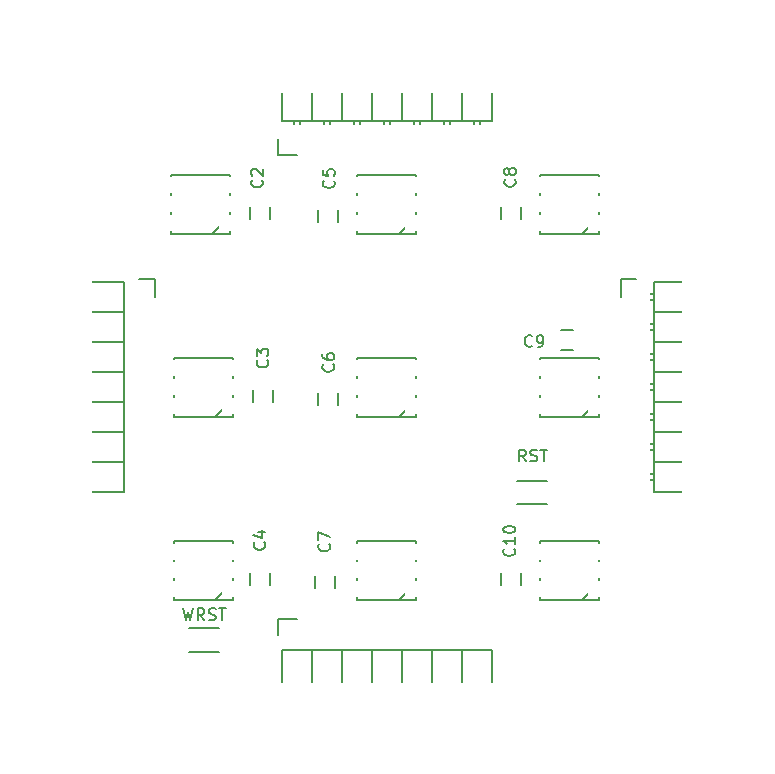
<source format=gto>
G04 #@! TF.FileFunction,Legend,Top*
%FSLAX46Y46*%
G04 Gerber Fmt 4.6, Leading zero omitted, Abs format (unit mm)*
G04 Created by KiCad (PCBNEW (2016-01-16 BZR 6488, Git a9216b9)-product) date 1/31/2016 10:09:25 PM*
%MOMM*%
G01*
G04 APERTURE LIST*
%ADD10C,0.100000*%
%ADD11C,0.150000*%
%ADD12C,0.200660*%
%ADD13C,0.152400*%
%ADD14R,2.127200X2.127200*%
%ADD15O,2.127200X2.127200*%
%ADD16R,1.700000X1.700000*%
%ADD17C,1.700000*%
%ADD18R,1.650000X1.400000*%
%ADD19R,1.400000X1.650000*%
%ADD20O,3.414980X1.906220*%
%ADD21R,1.900000X1.400000*%
%ADD22R,2.432000X2.127200*%
%ADD23O,2.432000X2.127200*%
%ADD24R,2.127200X2.432000*%
%ADD25O,2.127200X2.432000*%
%ADD26R,1.400000X1.800000*%
%ADD27C,0.254000*%
G04 APERTURE END LIST*
D10*
D11*
X128400000Y-84750000D02*
X128400000Y-85750000D01*
X130100000Y-85750000D02*
X130100000Y-84750000D01*
X128650000Y-100250000D02*
X128650000Y-101250000D01*
X130350000Y-101250000D02*
X130350000Y-100250000D01*
X128400000Y-115750000D02*
X128400000Y-116750000D01*
X130100000Y-116750000D02*
X130100000Y-115750000D01*
X134150000Y-85000000D02*
X134150000Y-86000000D01*
X135850000Y-86000000D02*
X135850000Y-85000000D01*
X134150000Y-100500000D02*
X134150000Y-101500000D01*
X135850000Y-101500000D02*
X135850000Y-100500000D01*
X133900000Y-116000000D02*
X133900000Y-117000000D01*
X135600000Y-117000000D02*
X135600000Y-116000000D01*
X149650000Y-84750000D02*
X149650000Y-85750000D01*
X151350000Y-85750000D02*
X151350000Y-84750000D01*
X154796000Y-96818800D02*
X155796000Y-96818800D01*
X155796000Y-95118800D02*
X154796000Y-95118800D01*
X149650000Y-115750000D02*
X149650000Y-116750000D01*
X151350000Y-116750000D02*
X151350000Y-115750000D01*
D12*
X125250760Y-86999360D02*
X126749360Y-85500760D01*
X121750640Y-82000640D02*
X126749360Y-82000640D01*
X126749360Y-82000640D02*
X126749360Y-86999360D01*
X126749360Y-86999360D02*
X121750640Y-86999360D01*
X121750640Y-86999360D02*
X121750640Y-82000640D01*
X125500760Y-102499360D02*
X126999360Y-101000760D01*
X122000640Y-97500640D02*
X126999360Y-97500640D01*
X126999360Y-97500640D02*
X126999360Y-102499360D01*
X126999360Y-102499360D02*
X122000640Y-102499360D01*
X122000640Y-102499360D02*
X122000640Y-97500640D01*
X125500760Y-117999360D02*
X126999360Y-116500760D01*
X122000640Y-113000640D02*
X126999360Y-113000640D01*
X126999360Y-113000640D02*
X126999360Y-117999360D01*
X126999360Y-117999360D02*
X122000640Y-117999360D01*
X122000640Y-117999360D02*
X122000640Y-113000640D01*
X141000760Y-86999360D02*
X142499360Y-85500760D01*
X137500640Y-82000640D02*
X142499360Y-82000640D01*
X142499360Y-82000640D02*
X142499360Y-86999360D01*
X142499360Y-86999360D02*
X137500640Y-86999360D01*
X137500640Y-86999360D02*
X137500640Y-82000640D01*
X141000760Y-102499360D02*
X142499360Y-101000760D01*
X137500640Y-97500640D02*
X142499360Y-97500640D01*
X142499360Y-97500640D02*
X142499360Y-102499360D01*
X142499360Y-102499360D02*
X137500640Y-102499360D01*
X137500640Y-102499360D02*
X137500640Y-97500640D01*
X141000760Y-117999360D02*
X142499360Y-116500760D01*
X137500640Y-113000640D02*
X142499360Y-113000640D01*
X142499360Y-113000640D02*
X142499360Y-117999360D01*
X142499360Y-117999360D02*
X137500640Y-117999360D01*
X137500640Y-117999360D02*
X137500640Y-113000640D01*
X156500760Y-86999360D02*
X157999360Y-85500760D01*
X153000640Y-82000640D02*
X157999360Y-82000640D01*
X157999360Y-82000640D02*
X157999360Y-86999360D01*
X157999360Y-86999360D02*
X153000640Y-86999360D01*
X153000640Y-86999360D02*
X153000640Y-82000640D01*
X156500760Y-102499360D02*
X157999360Y-101000760D01*
X153000640Y-97500640D02*
X157999360Y-97500640D01*
X157999360Y-97500640D02*
X157999360Y-102499360D01*
X157999360Y-102499360D02*
X153000640Y-102499360D01*
X153000640Y-102499360D02*
X153000640Y-97500640D01*
X156500760Y-117999360D02*
X157999360Y-116500760D01*
X153000640Y-113000640D02*
X157999360Y-113000640D01*
X157999360Y-113000640D02*
X157999360Y-117999360D01*
X157999360Y-117999360D02*
X153000640Y-117999360D01*
X153000640Y-117999360D02*
X153000640Y-113000640D01*
D11*
X159825000Y-90825000D02*
X159825000Y-92375000D01*
X161125000Y-90825000D02*
X159825000Y-90825000D01*
X165316000Y-92248000D02*
X171158000Y-92248000D01*
X171158000Y-92248000D02*
X171158000Y-92502000D01*
X171158000Y-92502000D02*
X165316000Y-92502000D01*
X165316000Y-92502000D02*
X165316000Y-92375000D01*
X165316000Y-92375000D02*
X171158000Y-92375000D01*
X162649000Y-92121000D02*
X162268000Y-92121000D01*
X162649000Y-92629000D02*
X162268000Y-92629000D01*
X162649000Y-94661000D02*
X162268000Y-94661000D01*
X162649000Y-95169000D02*
X162268000Y-95169000D01*
X162649000Y-97201000D02*
X162268000Y-97201000D01*
X162649000Y-97709000D02*
X162268000Y-97709000D01*
X162649000Y-99741000D02*
X162268000Y-99741000D01*
X162649000Y-100249000D02*
X162268000Y-100249000D01*
X162649000Y-107869000D02*
X162268000Y-107869000D01*
X162649000Y-107361000D02*
X162268000Y-107361000D01*
X162649000Y-105329000D02*
X162268000Y-105329000D01*
X162649000Y-104821000D02*
X162268000Y-104821000D01*
X162649000Y-102789000D02*
X162268000Y-102789000D01*
X162649000Y-102281000D02*
X162268000Y-102281000D01*
X165189000Y-93645000D02*
X165189000Y-91105000D01*
X171285000Y-92629000D02*
X165189000Y-92629000D01*
X171285000Y-92121000D02*
X171285000Y-92629000D01*
X165189000Y-92121000D02*
X171285000Y-92121000D01*
X162649000Y-93645000D02*
X165189000Y-93645000D01*
X162649000Y-91105000D02*
X162649000Y-93645000D01*
X162649000Y-91105000D02*
X165189000Y-91105000D01*
X162649000Y-96185000D02*
X165189000Y-96185000D01*
X162649000Y-96185000D02*
X162649000Y-98725000D01*
X162649000Y-98725000D02*
X165189000Y-98725000D01*
X165189000Y-97201000D02*
X171285000Y-97201000D01*
X171285000Y-97201000D02*
X171285000Y-97709000D01*
X171285000Y-97709000D02*
X165189000Y-97709000D01*
X165189000Y-98725000D02*
X165189000Y-96185000D01*
X165189000Y-96185000D02*
X165189000Y-93645000D01*
X171285000Y-95169000D02*
X165189000Y-95169000D01*
X171285000Y-94661000D02*
X171285000Y-95169000D01*
X165189000Y-94661000D02*
X171285000Y-94661000D01*
X162649000Y-96185000D02*
X165189000Y-96185000D01*
X162649000Y-93645000D02*
X162649000Y-96185000D01*
X162649000Y-93645000D02*
X165189000Y-93645000D01*
X162649000Y-103805000D02*
X165189000Y-103805000D01*
X162649000Y-103805000D02*
X162649000Y-106345000D01*
X162649000Y-106345000D02*
X165189000Y-106345000D01*
X165189000Y-104821000D02*
X171285000Y-104821000D01*
X171285000Y-104821000D02*
X171285000Y-105329000D01*
X171285000Y-105329000D02*
X165189000Y-105329000D01*
X165189000Y-106345000D02*
X165189000Y-103805000D01*
X165189000Y-108885000D02*
X165189000Y-106345000D01*
X171285000Y-107869000D02*
X165189000Y-107869000D01*
X171285000Y-107361000D02*
X171285000Y-107869000D01*
X165189000Y-107361000D02*
X171285000Y-107361000D01*
X162649000Y-108885000D02*
X165189000Y-108885000D01*
X162649000Y-106345000D02*
X162649000Y-108885000D01*
X162649000Y-106345000D02*
X165189000Y-106345000D01*
X162649000Y-101265000D02*
X165189000Y-101265000D01*
X162649000Y-101265000D02*
X162649000Y-103805000D01*
X162649000Y-103805000D02*
X165189000Y-103805000D01*
X165189000Y-102281000D02*
X171285000Y-102281000D01*
X171285000Y-102281000D02*
X171285000Y-102789000D01*
X171285000Y-102789000D02*
X165189000Y-102789000D01*
X165189000Y-103805000D02*
X165189000Y-101265000D01*
X165189000Y-101265000D02*
X165189000Y-98725000D01*
X171285000Y-100249000D02*
X165189000Y-100249000D01*
X171285000Y-99741000D02*
X171285000Y-100249000D01*
X165189000Y-99741000D02*
X171285000Y-99741000D01*
X162649000Y-101265000D02*
X165189000Y-101265000D01*
X162649000Y-98725000D02*
X162649000Y-101265000D01*
X162649000Y-98725000D02*
X165189000Y-98725000D01*
X130825000Y-80300000D02*
X132375000Y-80300000D01*
X130825000Y-79000000D02*
X130825000Y-80300000D01*
X132248000Y-74809000D02*
X132248000Y-68967000D01*
X132248000Y-68967000D02*
X132502000Y-68967000D01*
X132502000Y-68967000D02*
X132502000Y-74809000D01*
X132502000Y-74809000D02*
X132375000Y-74809000D01*
X132375000Y-74809000D02*
X132375000Y-68967000D01*
X132121000Y-77476000D02*
X132121000Y-77857000D01*
X132629000Y-77476000D02*
X132629000Y-77857000D01*
X134661000Y-77476000D02*
X134661000Y-77857000D01*
X135169000Y-77476000D02*
X135169000Y-77857000D01*
X137201000Y-77476000D02*
X137201000Y-77857000D01*
X137709000Y-77476000D02*
X137709000Y-77857000D01*
X139741000Y-77476000D02*
X139741000Y-77857000D01*
X140249000Y-77476000D02*
X140249000Y-77857000D01*
X147869000Y-77476000D02*
X147869000Y-77857000D01*
X147361000Y-77476000D02*
X147361000Y-77857000D01*
X145329000Y-77476000D02*
X145329000Y-77857000D01*
X144821000Y-77476000D02*
X144821000Y-77857000D01*
X142789000Y-77476000D02*
X142789000Y-77857000D01*
X142281000Y-77476000D02*
X142281000Y-77857000D01*
X133645000Y-74936000D02*
X131105000Y-74936000D01*
X132629000Y-68840000D02*
X132629000Y-74936000D01*
X132121000Y-68840000D02*
X132629000Y-68840000D01*
X132121000Y-74936000D02*
X132121000Y-68840000D01*
X133645000Y-77476000D02*
X133645000Y-74936000D01*
X131105000Y-77476000D02*
X133645000Y-77476000D01*
X131105000Y-77476000D02*
X131105000Y-74936000D01*
X136185000Y-77476000D02*
X136185000Y-74936000D01*
X136185000Y-77476000D02*
X138725000Y-77476000D01*
X138725000Y-77476000D02*
X138725000Y-74936000D01*
X137201000Y-74936000D02*
X137201000Y-68840000D01*
X137201000Y-68840000D02*
X137709000Y-68840000D01*
X137709000Y-68840000D02*
X137709000Y-74936000D01*
X138725000Y-74936000D02*
X136185000Y-74936000D01*
X136185000Y-74936000D02*
X133645000Y-74936000D01*
X135169000Y-68840000D02*
X135169000Y-74936000D01*
X134661000Y-68840000D02*
X135169000Y-68840000D01*
X134661000Y-74936000D02*
X134661000Y-68840000D01*
X136185000Y-77476000D02*
X136185000Y-74936000D01*
X133645000Y-77476000D02*
X136185000Y-77476000D01*
X133645000Y-77476000D02*
X133645000Y-74936000D01*
X143805000Y-77476000D02*
X143805000Y-74936000D01*
X143805000Y-77476000D02*
X146345000Y-77476000D01*
X146345000Y-77476000D02*
X146345000Y-74936000D01*
X144821000Y-74936000D02*
X144821000Y-68840000D01*
X144821000Y-68840000D02*
X145329000Y-68840000D01*
X145329000Y-68840000D02*
X145329000Y-74936000D01*
X146345000Y-74936000D02*
X143805000Y-74936000D01*
X148885000Y-74936000D02*
X146345000Y-74936000D01*
X147869000Y-68840000D02*
X147869000Y-74936000D01*
X147361000Y-68840000D02*
X147869000Y-68840000D01*
X147361000Y-74936000D02*
X147361000Y-68840000D01*
X148885000Y-77476000D02*
X148885000Y-74936000D01*
X146345000Y-77476000D02*
X148885000Y-77476000D01*
X146345000Y-77476000D02*
X146345000Y-74936000D01*
X141265000Y-77476000D02*
X141265000Y-74936000D01*
X141265000Y-77476000D02*
X143805000Y-77476000D01*
X143805000Y-77476000D02*
X143805000Y-74936000D01*
X142281000Y-74936000D02*
X142281000Y-68840000D01*
X142281000Y-68840000D02*
X142789000Y-68840000D01*
X142789000Y-68840000D02*
X142789000Y-74936000D01*
X143805000Y-74936000D02*
X141265000Y-74936000D01*
X141265000Y-74936000D02*
X138725000Y-74936000D01*
X140249000Y-68840000D02*
X140249000Y-74936000D01*
X139741000Y-68840000D02*
X140249000Y-68840000D01*
X139741000Y-74936000D02*
X139741000Y-68840000D01*
X141265000Y-77476000D02*
X141265000Y-74936000D01*
X138725000Y-77476000D02*
X141265000Y-77476000D01*
X138725000Y-77476000D02*
X138725000Y-74936000D01*
X146345000Y-122270000D02*
X148885000Y-122270000D01*
X146345000Y-131100000D02*
X148885000Y-131100000D01*
X148885000Y-131100000D02*
X148885000Y-122270000D01*
X146345000Y-131100000D02*
X146345000Y-122270000D01*
X143805000Y-131100000D02*
X146345000Y-131100000D01*
X143805000Y-122270000D02*
X146345000Y-122270000D01*
X141265000Y-122270000D02*
X143805000Y-122270000D01*
X141265000Y-131100000D02*
X143805000Y-131100000D01*
X143805000Y-131100000D02*
X143805000Y-122270000D01*
X141265000Y-131100000D02*
X141265000Y-122270000D01*
X138725000Y-131100000D02*
X141265000Y-131100000D01*
X138725000Y-122270000D02*
X141265000Y-122270000D01*
X136185000Y-122270000D02*
X138725000Y-122270000D01*
X136185000Y-131100000D02*
X138725000Y-131100000D01*
X138725000Y-131100000D02*
X138725000Y-122270000D01*
X136185000Y-131100000D02*
X136185000Y-122270000D01*
X133645000Y-131100000D02*
X136185000Y-131100000D01*
X133645000Y-122270000D02*
X133645000Y-131100000D01*
X133645000Y-122270000D02*
X136185000Y-122270000D01*
X131105000Y-122270000D02*
X133645000Y-122270000D01*
X132375000Y-119600000D02*
X130825000Y-119600000D01*
X130825000Y-119600000D02*
X130825000Y-121000000D01*
X131105000Y-122270000D02*
X131105000Y-131100000D01*
X131105000Y-131100000D02*
X133645000Y-131100000D01*
X133645000Y-131100000D02*
X133645000Y-122270000D01*
X117730000Y-106345000D02*
X117730000Y-108885000D01*
X108900000Y-106345000D02*
X108900000Y-108885000D01*
X108900000Y-108885000D02*
X117730000Y-108885000D01*
X108900000Y-106345000D02*
X117730000Y-106345000D01*
X108900000Y-103805000D02*
X108900000Y-106345000D01*
X117730000Y-103805000D02*
X117730000Y-106345000D01*
X117730000Y-101265000D02*
X117730000Y-103805000D01*
X108900000Y-101265000D02*
X108900000Y-103805000D01*
X108900000Y-103805000D02*
X117730000Y-103805000D01*
X108900000Y-101265000D02*
X117730000Y-101265000D01*
X108900000Y-98725000D02*
X108900000Y-101265000D01*
X117730000Y-98725000D02*
X117730000Y-101265000D01*
X117730000Y-96185000D02*
X117730000Y-98725000D01*
X108900000Y-96185000D02*
X108900000Y-98725000D01*
X108900000Y-98725000D02*
X117730000Y-98725000D01*
X108900000Y-96185000D02*
X117730000Y-96185000D01*
X108900000Y-93645000D02*
X108900000Y-96185000D01*
X117730000Y-93645000D02*
X108900000Y-93645000D01*
X117730000Y-93645000D02*
X117730000Y-96185000D01*
X117730000Y-91105000D02*
X117730000Y-93645000D01*
X120400000Y-92375000D02*
X120400000Y-90825000D01*
X120400000Y-90825000D02*
X119000000Y-90825000D01*
X117730000Y-91105000D02*
X108900000Y-91105000D01*
X108900000Y-91105000D02*
X108900000Y-93645000D01*
X108900000Y-93645000D02*
X117730000Y-93645000D01*
D13*
X153542600Y-109914400D02*
X151002600Y-109914400D01*
X153542600Y-107907800D02*
X151002600Y-107907800D01*
X125792600Y-122414400D02*
X123252600Y-122414400D01*
X125792600Y-120407800D02*
X123252600Y-120407800D01*
D11*
X129432323Y-82455046D02*
X129479942Y-82502665D01*
X129527561Y-82645522D01*
X129527561Y-82740760D01*
X129479942Y-82883618D01*
X129384704Y-82978856D01*
X129289466Y-83026475D01*
X129098990Y-83074094D01*
X128956132Y-83074094D01*
X128765656Y-83026475D01*
X128670418Y-82978856D01*
X128575180Y-82883618D01*
X128527561Y-82740760D01*
X128527561Y-82645522D01*
X128575180Y-82502665D01*
X128622799Y-82455046D01*
X128622799Y-82074094D02*
X128575180Y-82026475D01*
X128527561Y-81931237D01*
X128527561Y-81693141D01*
X128575180Y-81597903D01*
X128622799Y-81550284D01*
X128718037Y-81502665D01*
X128813275Y-81502665D01*
X128956132Y-81550284D01*
X129527561Y-82121713D01*
X129527561Y-81502665D01*
X129894603Y-97682346D02*
X129942222Y-97729965D01*
X129989841Y-97872822D01*
X129989841Y-97968060D01*
X129942222Y-98110918D01*
X129846984Y-98206156D01*
X129751746Y-98253775D01*
X129561270Y-98301394D01*
X129418412Y-98301394D01*
X129227936Y-98253775D01*
X129132698Y-98206156D01*
X129037460Y-98110918D01*
X128989841Y-97968060D01*
X128989841Y-97872822D01*
X129037460Y-97729965D01*
X129085079Y-97682346D01*
X128989841Y-97349013D02*
X128989841Y-96729965D01*
X129370793Y-97063299D01*
X129370793Y-96920441D01*
X129418412Y-96825203D01*
X129466031Y-96777584D01*
X129561270Y-96729965D01*
X129799365Y-96729965D01*
X129894603Y-96777584D01*
X129942222Y-96825203D01*
X129989841Y-96920441D01*
X129989841Y-97206156D01*
X129942222Y-97301394D01*
X129894603Y-97349013D01*
X129640603Y-113112846D02*
X129688222Y-113160465D01*
X129735841Y-113303322D01*
X129735841Y-113398560D01*
X129688222Y-113541418D01*
X129592984Y-113636656D01*
X129497746Y-113684275D01*
X129307270Y-113731894D01*
X129164412Y-113731894D01*
X128973936Y-113684275D01*
X128878698Y-113636656D01*
X128783460Y-113541418D01*
X128735841Y-113398560D01*
X128735841Y-113303322D01*
X128783460Y-113160465D01*
X128831079Y-113112846D01*
X129069174Y-112255703D02*
X129735841Y-112255703D01*
X128688222Y-112493799D02*
X129402508Y-112731894D01*
X129402508Y-112112846D01*
X135500383Y-82488066D02*
X135548002Y-82535685D01*
X135595621Y-82678542D01*
X135595621Y-82773780D01*
X135548002Y-82916638D01*
X135452764Y-83011876D01*
X135357526Y-83059495D01*
X135167050Y-83107114D01*
X135024192Y-83107114D01*
X134833716Y-83059495D01*
X134738478Y-83011876D01*
X134643240Y-82916638D01*
X134595621Y-82773780D01*
X134595621Y-82678542D01*
X134643240Y-82535685D01*
X134690859Y-82488066D01*
X134595621Y-81583304D02*
X134595621Y-82059495D01*
X135071811Y-82107114D01*
X135024192Y-82059495D01*
X134976573Y-81964257D01*
X134976573Y-81726161D01*
X135024192Y-81630923D01*
X135071811Y-81583304D01*
X135167050Y-81535685D01*
X135405145Y-81535685D01*
X135500383Y-81583304D01*
X135548002Y-81630923D01*
X135595621Y-81726161D01*
X135595621Y-81964257D01*
X135548002Y-82059495D01*
X135500383Y-82107114D01*
X135462283Y-98048106D02*
X135509902Y-98095725D01*
X135557521Y-98238582D01*
X135557521Y-98333820D01*
X135509902Y-98476678D01*
X135414664Y-98571916D01*
X135319426Y-98619535D01*
X135128950Y-98667154D01*
X134986092Y-98667154D01*
X134795616Y-98619535D01*
X134700378Y-98571916D01*
X134605140Y-98476678D01*
X134557521Y-98333820D01*
X134557521Y-98238582D01*
X134605140Y-98095725D01*
X134652759Y-98048106D01*
X134557521Y-97190963D02*
X134557521Y-97381440D01*
X134605140Y-97476678D01*
X134652759Y-97524297D01*
X134795616Y-97619535D01*
X134986092Y-97667154D01*
X135367045Y-97667154D01*
X135462283Y-97619535D01*
X135509902Y-97571916D01*
X135557521Y-97476678D01*
X135557521Y-97286201D01*
X135509902Y-97190963D01*
X135462283Y-97143344D01*
X135367045Y-97095725D01*
X135128950Y-97095725D01*
X135033711Y-97143344D01*
X134986092Y-97190963D01*
X134938473Y-97286201D01*
X134938473Y-97476678D01*
X134986092Y-97571916D01*
X135033711Y-97619535D01*
X135128950Y-97667154D01*
X135116843Y-113252546D02*
X135164462Y-113300165D01*
X135212081Y-113443022D01*
X135212081Y-113538260D01*
X135164462Y-113681118D01*
X135069224Y-113776356D01*
X134973986Y-113823975D01*
X134783510Y-113871594D01*
X134640652Y-113871594D01*
X134450176Y-113823975D01*
X134354938Y-113776356D01*
X134259700Y-113681118D01*
X134212081Y-113538260D01*
X134212081Y-113443022D01*
X134259700Y-113300165D01*
X134307319Y-113252546D01*
X134212081Y-112919213D02*
X134212081Y-112252546D01*
X135212081Y-112681118D01*
X150847063Y-82383926D02*
X150894682Y-82431545D01*
X150942301Y-82574402D01*
X150942301Y-82669640D01*
X150894682Y-82812498D01*
X150799444Y-82907736D01*
X150704206Y-82955355D01*
X150513730Y-83002974D01*
X150370872Y-83002974D01*
X150180396Y-82955355D01*
X150085158Y-82907736D01*
X149989920Y-82812498D01*
X149942301Y-82669640D01*
X149942301Y-82574402D01*
X149989920Y-82431545D01*
X150037539Y-82383926D01*
X150370872Y-81812498D02*
X150323253Y-81907736D01*
X150275634Y-81955355D01*
X150180396Y-82002974D01*
X150132777Y-82002974D01*
X150037539Y-81955355D01*
X149989920Y-81907736D01*
X149942301Y-81812498D01*
X149942301Y-81622021D01*
X149989920Y-81526783D01*
X150037539Y-81479164D01*
X150132777Y-81431545D01*
X150180396Y-81431545D01*
X150275634Y-81479164D01*
X150323253Y-81526783D01*
X150370872Y-81622021D01*
X150370872Y-81812498D01*
X150418491Y-81907736D01*
X150466110Y-81955355D01*
X150561349Y-82002974D01*
X150751825Y-82002974D01*
X150847063Y-81955355D01*
X150894682Y-81907736D01*
X150942301Y-81812498D01*
X150942301Y-81622021D01*
X150894682Y-81526783D01*
X150847063Y-81479164D01*
X150751825Y-81431545D01*
X150561349Y-81431545D01*
X150466110Y-81479164D01*
X150418491Y-81526783D01*
X150370872Y-81622021D01*
X152309534Y-96491063D02*
X152261915Y-96538682D01*
X152119058Y-96586301D01*
X152023820Y-96586301D01*
X151880962Y-96538682D01*
X151785724Y-96443444D01*
X151738105Y-96348206D01*
X151690486Y-96157730D01*
X151690486Y-96014872D01*
X151738105Y-95824396D01*
X151785724Y-95729158D01*
X151880962Y-95633920D01*
X152023820Y-95586301D01*
X152119058Y-95586301D01*
X152261915Y-95633920D01*
X152309534Y-95681539D01*
X152785724Y-96586301D02*
X152976200Y-96586301D01*
X153071439Y-96538682D01*
X153119058Y-96491063D01*
X153214296Y-96348206D01*
X153261915Y-96157730D01*
X153261915Y-95776777D01*
X153214296Y-95681539D01*
X153166677Y-95633920D01*
X153071439Y-95586301D01*
X152880962Y-95586301D01*
X152785724Y-95633920D01*
X152738105Y-95681539D01*
X152690486Y-95776777D01*
X152690486Y-96014872D01*
X152738105Y-96110110D01*
X152785724Y-96157730D01*
X152880962Y-96205349D01*
X153071439Y-96205349D01*
X153166677Y-96157730D01*
X153214296Y-96110110D01*
X153261915Y-96014872D01*
X150775943Y-113657617D02*
X150823562Y-113705236D01*
X150871181Y-113848093D01*
X150871181Y-113943331D01*
X150823562Y-114086189D01*
X150728324Y-114181427D01*
X150633086Y-114229046D01*
X150442610Y-114276665D01*
X150299752Y-114276665D01*
X150109276Y-114229046D01*
X150014038Y-114181427D01*
X149918800Y-114086189D01*
X149871181Y-113943331D01*
X149871181Y-113848093D01*
X149918800Y-113705236D01*
X149966419Y-113657617D01*
X150871181Y-112705236D02*
X150871181Y-113276665D01*
X150871181Y-112990951D02*
X149871181Y-112990951D01*
X150014038Y-113086189D01*
X150109276Y-113181427D01*
X150156895Y-113276665D01*
X149871181Y-112086189D02*
X149871181Y-111990950D01*
X149918800Y-111895712D01*
X149966419Y-111848093D01*
X150061657Y-111800474D01*
X150252133Y-111752855D01*
X150490229Y-111752855D01*
X150680705Y-111800474D01*
X150775943Y-111848093D01*
X150823562Y-111895712D01*
X150871181Y-111990950D01*
X150871181Y-112086189D01*
X150823562Y-112181427D01*
X150775943Y-112229046D01*
X150680705Y-112276665D01*
X150490229Y-112324284D01*
X150252133Y-112324284D01*
X150061657Y-112276665D01*
X149966419Y-112229046D01*
X149918800Y-112181427D01*
X149871181Y-112086189D01*
X151783801Y-106271321D02*
X151450467Y-105795130D01*
X151212372Y-106271321D02*
X151212372Y-105271321D01*
X151593325Y-105271321D01*
X151688563Y-105318940D01*
X151736182Y-105366559D01*
X151783801Y-105461797D01*
X151783801Y-105604654D01*
X151736182Y-105699892D01*
X151688563Y-105747511D01*
X151593325Y-105795130D01*
X151212372Y-105795130D01*
X152164753Y-106223702D02*
X152307610Y-106271321D01*
X152545706Y-106271321D01*
X152640944Y-106223702D01*
X152688563Y-106176083D01*
X152736182Y-106080845D01*
X152736182Y-105985607D01*
X152688563Y-105890369D01*
X152640944Y-105842750D01*
X152545706Y-105795130D01*
X152355229Y-105747511D01*
X152259991Y-105699892D01*
X152212372Y-105652273D01*
X152164753Y-105557035D01*
X152164753Y-105461797D01*
X152212372Y-105366559D01*
X152259991Y-105318940D01*
X152355229Y-105271321D01*
X152593325Y-105271321D01*
X152736182Y-105318940D01*
X153021896Y-105271321D02*
X153593325Y-105271321D01*
X153307610Y-106271321D02*
X153307610Y-105271321D01*
X122745406Y-118710461D02*
X122983501Y-119710461D01*
X123173978Y-118996175D01*
X123364454Y-119710461D01*
X123602549Y-118710461D01*
X124554930Y-119710461D02*
X124221596Y-119234270D01*
X123983501Y-119710461D02*
X123983501Y-118710461D01*
X124364454Y-118710461D01*
X124459692Y-118758080D01*
X124507311Y-118805699D01*
X124554930Y-118900937D01*
X124554930Y-119043794D01*
X124507311Y-119139032D01*
X124459692Y-119186651D01*
X124364454Y-119234270D01*
X123983501Y-119234270D01*
X124935882Y-119662842D02*
X125078739Y-119710461D01*
X125316835Y-119710461D01*
X125412073Y-119662842D01*
X125459692Y-119615223D01*
X125507311Y-119519985D01*
X125507311Y-119424747D01*
X125459692Y-119329509D01*
X125412073Y-119281890D01*
X125316835Y-119234270D01*
X125126358Y-119186651D01*
X125031120Y-119139032D01*
X124983501Y-119091413D01*
X124935882Y-118996175D01*
X124935882Y-118900937D01*
X124983501Y-118805699D01*
X125031120Y-118758080D01*
X125126358Y-118710461D01*
X125364454Y-118710461D01*
X125507311Y-118758080D01*
X125793025Y-118710461D02*
X126364454Y-118710461D01*
X126078739Y-119710461D02*
X126078739Y-118710461D01*
%LPC*%
D14*
X131500000Y-108750000D03*
D15*
X131500000Y-106210000D03*
X128960000Y-108750000D03*
X128960000Y-106210000D03*
X126420000Y-108750000D03*
X126420000Y-106210000D03*
X123880000Y-108750000D03*
X123880000Y-106210000D03*
D16*
X131750000Y-114000000D03*
D17*
X131750000Y-116500000D03*
D18*
X129250000Y-86250000D03*
X129250000Y-84250000D03*
X129500000Y-101750000D03*
X129500000Y-99750000D03*
X129250000Y-117250000D03*
X129250000Y-115250000D03*
X135000000Y-86500000D03*
X135000000Y-84500000D03*
X135000000Y-102000000D03*
X135000000Y-100000000D03*
X134750000Y-117500000D03*
X134750000Y-115500000D03*
X150500000Y-86250000D03*
X150500000Y-84250000D03*
D19*
X156296000Y-95968800D03*
X154296000Y-95968800D03*
D18*
X150500000Y-117250000D03*
X150500000Y-115250000D03*
D16*
X147750000Y-83500000D03*
D17*
X147750000Y-86000000D03*
D14*
X138750000Y-110250000D03*
D15*
X141290000Y-110250000D03*
X138750000Y-107710000D03*
X141290000Y-107710000D03*
X138750000Y-105170000D03*
X141290000Y-105170000D03*
D14*
X157250000Y-122750000D03*
D15*
X157250000Y-120210000D03*
X154710000Y-122750000D03*
X154710000Y-120210000D03*
X152170000Y-122750000D03*
X152170000Y-120210000D03*
D20*
X140000000Y-95040000D03*
X140000000Y-92500000D03*
X140000000Y-89960000D03*
D21*
X126700000Y-84500000D03*
X126700000Y-86100000D03*
X126700000Y-82900000D03*
X121800000Y-82900000D03*
X121800000Y-84500000D03*
X121800000Y-86100000D03*
X126950000Y-100000000D03*
X126950000Y-101600000D03*
X126950000Y-98400000D03*
X122050000Y-98400000D03*
X122050000Y-100000000D03*
X122050000Y-101600000D03*
X126950000Y-115500000D03*
X126950000Y-117100000D03*
X126950000Y-113900000D03*
X122050000Y-113900000D03*
X122050000Y-115500000D03*
X122050000Y-117100000D03*
X142450000Y-84500000D03*
X142450000Y-86100000D03*
X142450000Y-82900000D03*
X137550000Y-82900000D03*
X137550000Y-84500000D03*
X137550000Y-86100000D03*
X142450000Y-100000000D03*
X142450000Y-101600000D03*
X142450000Y-98400000D03*
X137550000Y-98400000D03*
X137550000Y-100000000D03*
X137550000Y-101600000D03*
X142450000Y-115500000D03*
X142450000Y-117100000D03*
X142450000Y-113900000D03*
X137550000Y-113900000D03*
X137550000Y-115500000D03*
X137550000Y-117100000D03*
X157950000Y-84500000D03*
X157950000Y-86100000D03*
X157950000Y-82900000D03*
X153050000Y-82900000D03*
X153050000Y-84500000D03*
X153050000Y-86100000D03*
X157950000Y-100000000D03*
X157950000Y-101600000D03*
X157950000Y-98400000D03*
X153050000Y-98400000D03*
X153050000Y-100000000D03*
X153050000Y-101600000D03*
X157950000Y-115500000D03*
X157950000Y-117100000D03*
X157950000Y-113900000D03*
X153050000Y-113900000D03*
X153050000Y-115500000D03*
X153050000Y-117100000D03*
D22*
X161125000Y-92375000D03*
D23*
X161125000Y-94915000D03*
X161125000Y-97455000D03*
X161125000Y-99995000D03*
X161125000Y-102535000D03*
X161125000Y-105075000D03*
X161125000Y-107615000D03*
D24*
X132375000Y-79000000D03*
D25*
X134915000Y-79000000D03*
X137455000Y-79000000D03*
X139995000Y-79000000D03*
X142535000Y-79000000D03*
X145075000Y-79000000D03*
X147615000Y-79000000D03*
D24*
X132375000Y-121000000D03*
D25*
X134915000Y-121000000D03*
X137455000Y-121000000D03*
X139995000Y-121000000D03*
X142535000Y-121000000D03*
X145075000Y-121000000D03*
X147615000Y-121000000D03*
D22*
X119000000Y-92375000D03*
D23*
X119000000Y-94915000D03*
X119000000Y-97455000D03*
X119000000Y-99995000D03*
X119000000Y-102535000D03*
X119000000Y-105075000D03*
X119000000Y-107615000D03*
D26*
X149250000Y-109000000D03*
X155250000Y-109000000D03*
X121500000Y-121500000D03*
X127500000Y-121500000D03*
D27*
G36*
X169873000Y-74873000D02*
X110127000Y-74873000D01*
X110127000Y-65127000D01*
X169873000Y-65127000D01*
X169873000Y-74873000D01*
X169873000Y-74873000D01*
G37*
X169873000Y-74873000D02*
X110127000Y-74873000D01*
X110127000Y-65127000D01*
X169873000Y-65127000D01*
X169873000Y-74873000D01*
G36*
X174873000Y-124873000D02*
X165127000Y-124873000D01*
X165127000Y-80127000D01*
X174873000Y-80127000D01*
X174873000Y-124873000D01*
X174873000Y-124873000D01*
G37*
X174873000Y-124873000D02*
X165127000Y-124873000D01*
X165127000Y-80127000D01*
X174873000Y-80127000D01*
X174873000Y-124873000D01*
G36*
X114873000Y-124873000D02*
X105127000Y-124873000D01*
X105127000Y-85127000D01*
X114873000Y-85127000D01*
X114873000Y-124873000D01*
X114873000Y-124873000D01*
G37*
X114873000Y-124873000D02*
X105127000Y-124873000D01*
X105127000Y-85127000D01*
X114873000Y-85127000D01*
X114873000Y-124873000D01*
G36*
X154873000Y-134873000D02*
X120127000Y-134873000D01*
X120127000Y-125127000D01*
X154873000Y-125127000D01*
X154873000Y-134873000D01*
X154873000Y-134873000D01*
G37*
X154873000Y-134873000D02*
X120127000Y-134873000D01*
X120127000Y-125127000D01*
X154873000Y-125127000D01*
X154873000Y-134873000D01*
M02*

</source>
